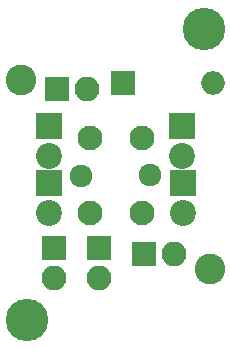
<source format=gbr>
G04 #@! TF.GenerationSoftware,KiCad,Pcbnew,(5.1.5-0-10_14)*
G04 #@! TF.CreationDate,2020-06-21T14:07:40+10:00*
G04 #@! TF.ProjectId,sq_indicator,73715f69-6e64-4696-9361-746f722e6b69,rev?*
G04 #@! TF.SameCoordinates,Original*
G04 #@! TF.FileFunction,Soldermask,Top*
G04 #@! TF.FilePolarity,Negative*
%FSLAX46Y46*%
G04 Gerber Fmt 4.6, Leading zero omitted, Abs format (unit mm)*
G04 Created by KiCad (PCBNEW (5.1.5-0-10_14)) date 2020-06-21 14:07:40*
%MOMM*%
%LPD*%
G04 APERTURE LIST*
%ADD10C,2.600000*%
%ADD11C,3.600000*%
%ADD12O,2.000000X2.000000*%
%ADD13R,2.000000X2.000000*%
%ADD14C,1.924000*%
%ADD15C,2.100000*%
%ADD16O,2.100000X2.100000*%
%ADD17R,2.100000X2.100000*%
%ADD18C,2.200000*%
%ADD19R,2.200000X2.200000*%
G04 APERTURE END LIST*
D10*
X159580480Y-84332980D03*
D11*
X160088480Y-104652980D03*
X175074480Y-80014980D03*
D10*
X175582480Y-100334980D03*
D12*
X175836000Y-84587000D03*
D13*
X168216000Y-84587000D03*
D14*
X164700000Y-92418500D03*
X170491000Y-92378500D03*
D15*
X165411000Y-95553500D03*
X165411000Y-89203500D03*
X169856000Y-95553500D03*
X169856000Y-89203500D03*
D16*
X165168000Y-85095000D03*
D17*
X162628000Y-85095000D03*
D16*
X172534000Y-99065000D03*
D17*
X169994000Y-99065000D03*
D16*
X166184000Y-101097000D03*
D17*
X166184000Y-98557000D03*
D16*
X162374000Y-101097000D03*
D17*
X162374000Y-98557000D03*
D18*
X173276000Y-95575000D03*
D19*
X173276000Y-93035000D03*
D18*
X161996000Y-95575000D03*
D19*
X161996000Y-93035000D03*
D18*
X173186000Y-90695000D03*
D19*
X173186000Y-88155000D03*
D18*
X161946000Y-90695000D03*
D19*
X161946000Y-88155000D03*
M02*

</source>
